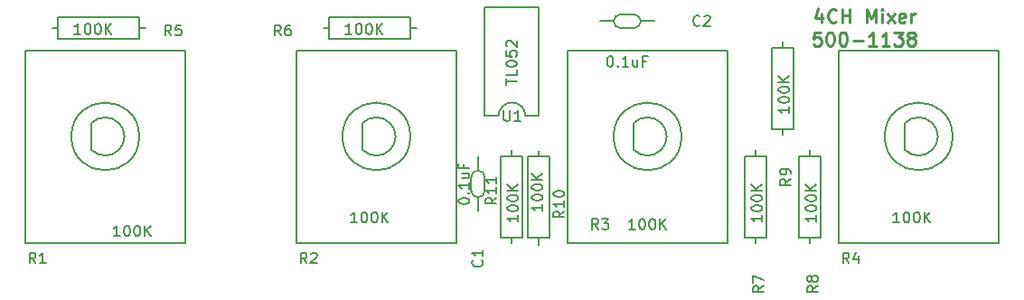
<source format=gbr>
G04 #@! TF.GenerationSoftware,KiCad,Pcbnew,(5.0.1)-3*
G04 #@! TF.CreationDate,2018-11-05T21:36:12-08:00*
G04 #@! TF.ProjectId,500-1138,3530302D313133382E6B696361645F70,rev?*
G04 #@! TF.SameCoordinates,Original*
G04 #@! TF.FileFunction,Legend,Top*
G04 #@! TF.FilePolarity,Positive*
%FSLAX46Y46*%
G04 Gerber Fmt 4.6, Leading zero omitted, Abs format (unit mm)*
G04 Created by KiCad (PCBNEW (5.0.1)-3) date 11/5/2018 9:36:12 PM*
%MOMM*%
%LPD*%
G01*
G04 APERTURE LIST*
%ADD10C,0.254000*%
%ADD11C,0.150000*%
G04 APERTURE END LIST*
D10*
X219498333Y-90088357D02*
X219498333Y-90935023D01*
X219195952Y-89604547D02*
X218893571Y-90511690D01*
X219679761Y-90511690D01*
X220889285Y-90814071D02*
X220828809Y-90874547D01*
X220647380Y-90935023D01*
X220526428Y-90935023D01*
X220345000Y-90874547D01*
X220224047Y-90753595D01*
X220163571Y-90632642D01*
X220103095Y-90390738D01*
X220103095Y-90209309D01*
X220163571Y-89967404D01*
X220224047Y-89846452D01*
X220345000Y-89725500D01*
X220526428Y-89665023D01*
X220647380Y-89665023D01*
X220828809Y-89725500D01*
X220889285Y-89785976D01*
X221433571Y-90935023D02*
X221433571Y-89665023D01*
X221433571Y-90269785D02*
X222159285Y-90269785D01*
X222159285Y-90935023D02*
X222159285Y-89665023D01*
X223731666Y-90935023D02*
X223731666Y-89665023D01*
X224155000Y-90572166D01*
X224578333Y-89665023D01*
X224578333Y-90935023D01*
X225183095Y-90935023D02*
X225183095Y-90088357D01*
X225183095Y-89665023D02*
X225122619Y-89725500D01*
X225183095Y-89785976D01*
X225243571Y-89725500D01*
X225183095Y-89665023D01*
X225183095Y-89785976D01*
X225666904Y-90935023D02*
X226332142Y-90088357D01*
X225666904Y-90088357D02*
X226332142Y-90935023D01*
X227299761Y-90874547D02*
X227178809Y-90935023D01*
X226936904Y-90935023D01*
X226815952Y-90874547D01*
X226755476Y-90753595D01*
X226755476Y-90269785D01*
X226815952Y-90148833D01*
X226936904Y-90088357D01*
X227178809Y-90088357D01*
X227299761Y-90148833D01*
X227360238Y-90269785D01*
X227360238Y-90390738D01*
X226755476Y-90511690D01*
X227904523Y-90935023D02*
X227904523Y-90088357D01*
X227904523Y-90330261D02*
X227965000Y-90209309D01*
X228025476Y-90148833D01*
X228146428Y-90088357D01*
X228267380Y-90088357D01*
X219407619Y-91824023D02*
X218802857Y-91824023D01*
X218742380Y-92428785D01*
X218802857Y-92368309D01*
X218923809Y-92307833D01*
X219226190Y-92307833D01*
X219347142Y-92368309D01*
X219407619Y-92428785D01*
X219468095Y-92549738D01*
X219468095Y-92852119D01*
X219407619Y-92973071D01*
X219347142Y-93033547D01*
X219226190Y-93094023D01*
X218923809Y-93094023D01*
X218802857Y-93033547D01*
X218742380Y-92973071D01*
X220254285Y-91824023D02*
X220375238Y-91824023D01*
X220496190Y-91884500D01*
X220556666Y-91944976D01*
X220617142Y-92065928D01*
X220677619Y-92307833D01*
X220677619Y-92610214D01*
X220617142Y-92852119D01*
X220556666Y-92973071D01*
X220496190Y-93033547D01*
X220375238Y-93094023D01*
X220254285Y-93094023D01*
X220133333Y-93033547D01*
X220072857Y-92973071D01*
X220012380Y-92852119D01*
X219951904Y-92610214D01*
X219951904Y-92307833D01*
X220012380Y-92065928D01*
X220072857Y-91944976D01*
X220133333Y-91884500D01*
X220254285Y-91824023D01*
X221463809Y-91824023D02*
X221584761Y-91824023D01*
X221705714Y-91884500D01*
X221766190Y-91944976D01*
X221826666Y-92065928D01*
X221887142Y-92307833D01*
X221887142Y-92610214D01*
X221826666Y-92852119D01*
X221766190Y-92973071D01*
X221705714Y-93033547D01*
X221584761Y-93094023D01*
X221463809Y-93094023D01*
X221342857Y-93033547D01*
X221282380Y-92973071D01*
X221221904Y-92852119D01*
X221161428Y-92610214D01*
X221161428Y-92307833D01*
X221221904Y-92065928D01*
X221282380Y-91944976D01*
X221342857Y-91884500D01*
X221463809Y-91824023D01*
X222431428Y-92610214D02*
X223399047Y-92610214D01*
X224669047Y-93094023D02*
X223943333Y-93094023D01*
X224306190Y-93094023D02*
X224306190Y-91824023D01*
X224185238Y-92005452D01*
X224064285Y-92126404D01*
X223943333Y-92186880D01*
X225878571Y-93094023D02*
X225152857Y-93094023D01*
X225515714Y-93094023D02*
X225515714Y-91824023D01*
X225394761Y-92005452D01*
X225273809Y-92126404D01*
X225152857Y-92186880D01*
X226301904Y-91824023D02*
X227088095Y-91824023D01*
X226664761Y-92307833D01*
X226846190Y-92307833D01*
X226967142Y-92368309D01*
X227027619Y-92428785D01*
X227088095Y-92549738D01*
X227088095Y-92852119D01*
X227027619Y-92973071D01*
X226967142Y-93033547D01*
X226846190Y-93094023D01*
X226483333Y-93094023D01*
X226362380Y-93033547D01*
X226301904Y-92973071D01*
X227813809Y-92368309D02*
X227692857Y-92307833D01*
X227632380Y-92247357D01*
X227571904Y-92126404D01*
X227571904Y-92065928D01*
X227632380Y-91944976D01*
X227692857Y-91884500D01*
X227813809Y-91824023D01*
X228055714Y-91824023D01*
X228176666Y-91884500D01*
X228237142Y-91944976D01*
X228297619Y-92065928D01*
X228297619Y-92126404D01*
X228237142Y-92247357D01*
X228176666Y-92307833D01*
X228055714Y-92368309D01*
X227813809Y-92368309D01*
X227692857Y-92428785D01*
X227632380Y-92489261D01*
X227571904Y-92610214D01*
X227571904Y-92852119D01*
X227632380Y-92973071D01*
X227692857Y-93033547D01*
X227813809Y-93094023D01*
X228055714Y-93094023D01*
X228176666Y-93033547D01*
X228237142Y-92973071D01*
X228297619Y-92852119D01*
X228297619Y-92610214D01*
X228237142Y-92489261D01*
X228176666Y-92428785D01*
X228055714Y-92368309D01*
D11*
G04 #@! TO.C,R11*
X189484000Y-103505000D02*
X189484000Y-111125000D01*
X191516000Y-111125000D02*
X191516000Y-103505000D01*
X190500000Y-102870000D02*
X190500000Y-103505000D01*
X190500000Y-111125000D02*
X190500000Y-111633000D01*
X189484000Y-103505000D02*
X191516000Y-103505000D01*
X189484000Y-111125000D02*
X191516000Y-111125000D01*
G04 #@! TO.C,R7*
X212344000Y-111125000D02*
X214376000Y-111125000D01*
X212344000Y-103505000D02*
X214376000Y-103505000D01*
X213360000Y-111125000D02*
X213360000Y-111633000D01*
X213360000Y-102870000D02*
X213360000Y-103505000D01*
X214376000Y-111125000D02*
X214376000Y-103505000D01*
X212344000Y-103505000D02*
X212344000Y-111125000D01*
G04 #@! TO.C,C1*
X186690000Y-106680000D02*
G75*
G03X187325000Y-107315000I635000J0D01*
G01*
X187325000Y-107315000D02*
G75*
G03X187960000Y-106680000I0J635000D01*
G01*
X187325000Y-104775000D02*
G75*
G03X186690000Y-105410000I0J-635000D01*
G01*
X187960000Y-105410000D02*
G75*
G03X187325000Y-104775000I-635000J0D01*
G01*
X186690000Y-105410000D02*
X186690000Y-106680000D01*
X187960000Y-105410000D02*
X187960000Y-106680000D01*
X187325000Y-108585000D02*
X187325000Y-107315000D01*
X187325000Y-103505000D02*
X187325000Y-104775000D01*
G04 #@! TO.C,R1*
X151130000Y-102870000D02*
G75*
G03X153670000Y-102870000I1270000J1270000D01*
G01*
X153670000Y-102870000D02*
G75*
G03X153670000Y-100330000I-1270000J1270000D01*
G01*
X153670000Y-100330000D02*
G75*
G03X151130000Y-100330000I-1270000J-1270000D01*
G01*
X151130000Y-100330000D02*
X151130000Y-102870000D01*
X155575000Y-101600000D02*
G75*
G03X155575000Y-101600000I-3175000J0D01*
G01*
X144900000Y-111600000D02*
X159900000Y-111600000D01*
X159900000Y-111600000D02*
X159900000Y-93600000D01*
X159900000Y-93600000D02*
X144900000Y-93600000D01*
X144900000Y-93600000D02*
X144900000Y-111600000D01*
G04 #@! TO.C,R2*
X170300000Y-93600000D02*
X170300000Y-111600000D01*
X185300000Y-93600000D02*
X170300000Y-93600000D01*
X185300000Y-111600000D02*
X185300000Y-93600000D01*
X170300000Y-111600000D02*
X185300000Y-111600000D01*
X180975000Y-101600000D02*
G75*
G03X180975000Y-101600000I-3175000J0D01*
G01*
X176530000Y-100330000D02*
X176530000Y-102870000D01*
X179070000Y-100330000D02*
G75*
G03X176530000Y-100330000I-1270000J-1270000D01*
G01*
X179070000Y-102870000D02*
G75*
G03X179070000Y-100330000I-1270000J1270000D01*
G01*
X176530000Y-102870000D02*
G75*
G03X179070000Y-102870000I1270000J1270000D01*
G01*
G04 #@! TO.C,R3*
X201930000Y-102870000D02*
G75*
G03X204470000Y-102870000I1270000J1270000D01*
G01*
X204470000Y-102870000D02*
G75*
G03X204470000Y-100330000I-1270000J1270000D01*
G01*
X204470000Y-100330000D02*
G75*
G03X201930000Y-100330000I-1270000J-1270000D01*
G01*
X201930000Y-100330000D02*
X201930000Y-102870000D01*
X206375000Y-101600000D02*
G75*
G03X206375000Y-101600000I-3175000J0D01*
G01*
X195700000Y-111600000D02*
X210700000Y-111600000D01*
X210700000Y-111600000D02*
X210700000Y-93600000D01*
X210700000Y-93600000D02*
X195700000Y-93600000D01*
X195700000Y-93600000D02*
X195700000Y-111600000D01*
G04 #@! TO.C,R4*
X221100000Y-93600000D02*
X221100000Y-111600000D01*
X236100000Y-93600000D02*
X221100000Y-93600000D01*
X236100000Y-111600000D02*
X236100000Y-93600000D01*
X221100000Y-111600000D02*
X236100000Y-111600000D01*
X231775000Y-101600000D02*
G75*
G03X231775000Y-101600000I-3175000J0D01*
G01*
X227330000Y-100330000D02*
X227330000Y-102870000D01*
X229870000Y-100330000D02*
G75*
G03X227330000Y-100330000I-1270000J-1270000D01*
G01*
X229870000Y-102870000D02*
G75*
G03X229870000Y-100330000I-1270000J1270000D01*
G01*
X227330000Y-102870000D02*
G75*
G03X229870000Y-102870000I1270000J1270000D01*
G01*
G04 #@! TO.C,R5*
X147955000Y-90424000D02*
X147955000Y-92456000D01*
X155575000Y-90424000D02*
X155575000Y-92456000D01*
X147955000Y-91440000D02*
X147447000Y-91440000D01*
X156210000Y-91440000D02*
X155575000Y-91440000D01*
X147955000Y-92456000D02*
X155575000Y-92456000D01*
X155575000Y-90424000D02*
X147955000Y-90424000D01*
G04 #@! TO.C,R6*
X180975000Y-90424000D02*
X173355000Y-90424000D01*
X173355000Y-92456000D02*
X180975000Y-92456000D01*
X181610000Y-91440000D02*
X180975000Y-91440000D01*
X173355000Y-91440000D02*
X172847000Y-91440000D01*
X180975000Y-90424000D02*
X180975000Y-92456000D01*
X173355000Y-90424000D02*
X173355000Y-92456000D01*
G04 #@! TO.C,R8*
X217424000Y-103505000D02*
X217424000Y-111125000D01*
X219456000Y-111125000D02*
X219456000Y-103505000D01*
X218440000Y-102870000D02*
X218440000Y-103505000D01*
X218440000Y-111125000D02*
X218440000Y-111633000D01*
X217424000Y-103505000D02*
X219456000Y-103505000D01*
X217424000Y-111125000D02*
X219456000Y-111125000D01*
G04 #@! TO.C,R9*
X214884000Y-100965000D02*
X216916000Y-100965000D01*
X214884000Y-93345000D02*
X216916000Y-93345000D01*
X215900000Y-100965000D02*
X215900000Y-101473000D01*
X215900000Y-92710000D02*
X215900000Y-93345000D01*
X216916000Y-100965000D02*
X216916000Y-93345000D01*
X214884000Y-93345000D02*
X214884000Y-100965000D01*
G04 #@! TO.C,R10*
X194056000Y-103505000D02*
X192024000Y-103505000D01*
X194056000Y-111125000D02*
X192024000Y-111125000D01*
X193040000Y-103505000D02*
X193040000Y-102997000D01*
X193040000Y-111760000D02*
X193040000Y-111125000D01*
X192024000Y-103505000D02*
X192024000Y-111125000D01*
X194056000Y-111125000D02*
X194056000Y-103505000D01*
G04 #@! TO.C,U1*
X191770000Y-99695000D02*
G75*
G03X190500000Y-98425000I-1270000J0D01*
G01*
X190500000Y-98425000D02*
G75*
G03X189230000Y-99695000I0J-1270000D01*
G01*
X187960000Y-99695000D02*
X189230000Y-99695000D01*
X187960000Y-99695000D02*
X187960000Y-89535000D01*
X187960000Y-89535000D02*
X193040000Y-89535000D01*
X193040000Y-89535000D02*
X193040000Y-99695000D01*
X193040000Y-99695000D02*
X191770000Y-99695000D01*
G04 #@! TO.C,C2*
X201930000Y-91440000D02*
G75*
G03X202565000Y-90805000I0J635000D01*
G01*
X202565000Y-90805000D02*
G75*
G03X201930000Y-90170000I-635000J0D01*
G01*
X200025000Y-90805000D02*
G75*
G03X200660000Y-91440000I635000J0D01*
G01*
X200660000Y-90170000D02*
G75*
G03X200025000Y-90805000I0J-635000D01*
G01*
X200660000Y-91440000D02*
X201930000Y-91440000D01*
X200660000Y-90170000D02*
X201930000Y-90170000D01*
X203835000Y-90805000D02*
X202565000Y-90805000D01*
X198755000Y-90805000D02*
X200025000Y-90805000D01*
G04 #@! TO.C,R11*
X189047380Y-107322857D02*
X188571190Y-107656190D01*
X189047380Y-107894285D02*
X188047380Y-107894285D01*
X188047380Y-107513333D01*
X188095000Y-107418095D01*
X188142619Y-107370476D01*
X188237857Y-107322857D01*
X188380714Y-107322857D01*
X188475952Y-107370476D01*
X188523571Y-107418095D01*
X188571190Y-107513333D01*
X188571190Y-107894285D01*
X189047380Y-106370476D02*
X189047380Y-106941904D01*
X189047380Y-106656190D02*
X188047380Y-106656190D01*
X188190238Y-106751428D01*
X188285476Y-106846666D01*
X188333095Y-106941904D01*
X189047380Y-105418095D02*
X189047380Y-105989523D01*
X189047380Y-105703809D02*
X188047380Y-105703809D01*
X188190238Y-105799047D01*
X188285476Y-105894285D01*
X188333095Y-105989523D01*
X191079380Y-108989666D02*
X191079380Y-109561095D01*
X191079380Y-109275380D02*
X190079380Y-109275380D01*
X190222238Y-109370619D01*
X190317476Y-109465857D01*
X190365095Y-109561095D01*
X190079380Y-108370619D02*
X190079380Y-108275380D01*
X190127000Y-108180142D01*
X190174619Y-108132523D01*
X190269857Y-108084904D01*
X190460333Y-108037285D01*
X190698428Y-108037285D01*
X190888904Y-108084904D01*
X190984142Y-108132523D01*
X191031761Y-108180142D01*
X191079380Y-108275380D01*
X191079380Y-108370619D01*
X191031761Y-108465857D01*
X190984142Y-108513476D01*
X190888904Y-108561095D01*
X190698428Y-108608714D01*
X190460333Y-108608714D01*
X190269857Y-108561095D01*
X190174619Y-108513476D01*
X190127000Y-108465857D01*
X190079380Y-108370619D01*
X190079380Y-107418238D02*
X190079380Y-107323000D01*
X190127000Y-107227761D01*
X190174619Y-107180142D01*
X190269857Y-107132523D01*
X190460333Y-107084904D01*
X190698428Y-107084904D01*
X190888904Y-107132523D01*
X190984142Y-107180142D01*
X191031761Y-107227761D01*
X191079380Y-107323000D01*
X191079380Y-107418238D01*
X191031761Y-107513476D01*
X190984142Y-107561095D01*
X190888904Y-107608714D01*
X190698428Y-107656333D01*
X190460333Y-107656333D01*
X190269857Y-107608714D01*
X190174619Y-107561095D01*
X190127000Y-107513476D01*
X190079380Y-107418238D01*
X191079380Y-106656333D02*
X190079380Y-106656333D01*
X191079380Y-106084904D02*
X190507952Y-106513476D01*
X190079380Y-106084904D02*
X190650809Y-106656333D01*
G04 #@! TO.C,R7*
X214066380Y-115609666D02*
X213590190Y-115943000D01*
X214066380Y-116181095D02*
X213066380Y-116181095D01*
X213066380Y-115800142D01*
X213114000Y-115704904D01*
X213161619Y-115657285D01*
X213256857Y-115609666D01*
X213399714Y-115609666D01*
X213494952Y-115657285D01*
X213542571Y-115704904D01*
X213590190Y-115800142D01*
X213590190Y-116181095D01*
X213066380Y-115276333D02*
X213066380Y-114609666D01*
X214066380Y-115038238D01*
X213939380Y-108989666D02*
X213939380Y-109561095D01*
X213939380Y-109275380D02*
X212939380Y-109275380D01*
X213082238Y-109370619D01*
X213177476Y-109465857D01*
X213225095Y-109561095D01*
X212939380Y-108370619D02*
X212939380Y-108275380D01*
X212987000Y-108180142D01*
X213034619Y-108132523D01*
X213129857Y-108084904D01*
X213320333Y-108037285D01*
X213558428Y-108037285D01*
X213748904Y-108084904D01*
X213844142Y-108132523D01*
X213891761Y-108180142D01*
X213939380Y-108275380D01*
X213939380Y-108370619D01*
X213891761Y-108465857D01*
X213844142Y-108513476D01*
X213748904Y-108561095D01*
X213558428Y-108608714D01*
X213320333Y-108608714D01*
X213129857Y-108561095D01*
X213034619Y-108513476D01*
X212987000Y-108465857D01*
X212939380Y-108370619D01*
X212939380Y-107418238D02*
X212939380Y-107323000D01*
X212987000Y-107227761D01*
X213034619Y-107180142D01*
X213129857Y-107132523D01*
X213320333Y-107084904D01*
X213558428Y-107084904D01*
X213748904Y-107132523D01*
X213844142Y-107180142D01*
X213891761Y-107227761D01*
X213939380Y-107323000D01*
X213939380Y-107418238D01*
X213891761Y-107513476D01*
X213844142Y-107561095D01*
X213748904Y-107608714D01*
X213558428Y-107656333D01*
X213320333Y-107656333D01*
X213129857Y-107608714D01*
X213034619Y-107561095D01*
X212987000Y-107513476D01*
X212939380Y-107418238D01*
X213939380Y-106656333D02*
X212939380Y-106656333D01*
X213939380Y-106084904D02*
X213367952Y-106513476D01*
X212939380Y-106084904D02*
X213510809Y-106656333D01*
G04 #@! TO.C,C1*
X187682142Y-113196666D02*
X187729761Y-113244285D01*
X187777380Y-113387142D01*
X187777380Y-113482380D01*
X187729761Y-113625238D01*
X187634523Y-113720476D01*
X187539285Y-113768095D01*
X187348809Y-113815714D01*
X187205952Y-113815714D01*
X187015476Y-113768095D01*
X186920238Y-113720476D01*
X186825000Y-113625238D01*
X186777380Y-113482380D01*
X186777380Y-113387142D01*
X186825000Y-113244285D01*
X186872619Y-113196666D01*
X187777380Y-112244285D02*
X187777380Y-112815714D01*
X187777380Y-112530000D02*
X186777380Y-112530000D01*
X186920238Y-112625238D01*
X187015476Y-112720476D01*
X187063095Y-112815714D01*
X185507380Y-107687857D02*
X185507380Y-107592619D01*
X185555000Y-107497380D01*
X185602619Y-107449761D01*
X185697857Y-107402142D01*
X185888333Y-107354523D01*
X186126428Y-107354523D01*
X186316904Y-107402142D01*
X186412142Y-107449761D01*
X186459761Y-107497380D01*
X186507380Y-107592619D01*
X186507380Y-107687857D01*
X186459761Y-107783095D01*
X186412142Y-107830714D01*
X186316904Y-107878333D01*
X186126428Y-107925952D01*
X185888333Y-107925952D01*
X185697857Y-107878333D01*
X185602619Y-107830714D01*
X185555000Y-107783095D01*
X185507380Y-107687857D01*
X186412142Y-106925952D02*
X186459761Y-106878333D01*
X186507380Y-106925952D01*
X186459761Y-106973571D01*
X186412142Y-106925952D01*
X186507380Y-106925952D01*
X186507380Y-105925952D02*
X186507380Y-106497380D01*
X186507380Y-106211666D02*
X185507380Y-106211666D01*
X185650238Y-106306904D01*
X185745476Y-106402142D01*
X185793095Y-106497380D01*
X185840714Y-105068809D02*
X186507380Y-105068809D01*
X185840714Y-105497380D02*
X186364523Y-105497380D01*
X186459761Y-105449761D01*
X186507380Y-105354523D01*
X186507380Y-105211666D01*
X186459761Y-105116428D01*
X186412142Y-105068809D01*
X185983571Y-104259285D02*
X185983571Y-104592619D01*
X186507380Y-104592619D02*
X185507380Y-104592619D01*
X185507380Y-104116428D01*
G04 #@! TO.C,R1*
X145883333Y-113482380D02*
X145550000Y-113006190D01*
X145311904Y-113482380D02*
X145311904Y-112482380D01*
X145692857Y-112482380D01*
X145788095Y-112530000D01*
X145835714Y-112577619D01*
X145883333Y-112672857D01*
X145883333Y-112815714D01*
X145835714Y-112910952D01*
X145788095Y-112958571D01*
X145692857Y-113006190D01*
X145311904Y-113006190D01*
X146835714Y-113482380D02*
X146264285Y-113482380D01*
X146550000Y-113482380D02*
X146550000Y-112482380D01*
X146454761Y-112625238D01*
X146359523Y-112720476D01*
X146264285Y-112768095D01*
X153773333Y-110942380D02*
X153201904Y-110942380D01*
X153487619Y-110942380D02*
X153487619Y-109942380D01*
X153392380Y-110085238D01*
X153297142Y-110180476D01*
X153201904Y-110228095D01*
X154392380Y-109942380D02*
X154487619Y-109942380D01*
X154582857Y-109990000D01*
X154630476Y-110037619D01*
X154678095Y-110132857D01*
X154725714Y-110323333D01*
X154725714Y-110561428D01*
X154678095Y-110751904D01*
X154630476Y-110847142D01*
X154582857Y-110894761D01*
X154487619Y-110942380D01*
X154392380Y-110942380D01*
X154297142Y-110894761D01*
X154249523Y-110847142D01*
X154201904Y-110751904D01*
X154154285Y-110561428D01*
X154154285Y-110323333D01*
X154201904Y-110132857D01*
X154249523Y-110037619D01*
X154297142Y-109990000D01*
X154392380Y-109942380D01*
X155344761Y-109942380D02*
X155440000Y-109942380D01*
X155535238Y-109990000D01*
X155582857Y-110037619D01*
X155630476Y-110132857D01*
X155678095Y-110323333D01*
X155678095Y-110561428D01*
X155630476Y-110751904D01*
X155582857Y-110847142D01*
X155535238Y-110894761D01*
X155440000Y-110942380D01*
X155344761Y-110942380D01*
X155249523Y-110894761D01*
X155201904Y-110847142D01*
X155154285Y-110751904D01*
X155106666Y-110561428D01*
X155106666Y-110323333D01*
X155154285Y-110132857D01*
X155201904Y-110037619D01*
X155249523Y-109990000D01*
X155344761Y-109942380D01*
X156106666Y-110942380D02*
X156106666Y-109942380D01*
X156678095Y-110942380D02*
X156249523Y-110370952D01*
X156678095Y-109942380D02*
X156106666Y-110513809D01*
G04 #@! TO.C,R2*
X171283333Y-113482380D02*
X170950000Y-113006190D01*
X170711904Y-113482380D02*
X170711904Y-112482380D01*
X171092857Y-112482380D01*
X171188095Y-112530000D01*
X171235714Y-112577619D01*
X171283333Y-112672857D01*
X171283333Y-112815714D01*
X171235714Y-112910952D01*
X171188095Y-112958571D01*
X171092857Y-113006190D01*
X170711904Y-113006190D01*
X171664285Y-112577619D02*
X171711904Y-112530000D01*
X171807142Y-112482380D01*
X172045238Y-112482380D01*
X172140476Y-112530000D01*
X172188095Y-112577619D01*
X172235714Y-112672857D01*
X172235714Y-112768095D01*
X172188095Y-112910952D01*
X171616666Y-113482380D01*
X172235714Y-113482380D01*
X175998333Y-109672380D02*
X175426904Y-109672380D01*
X175712619Y-109672380D02*
X175712619Y-108672380D01*
X175617380Y-108815238D01*
X175522142Y-108910476D01*
X175426904Y-108958095D01*
X176617380Y-108672380D02*
X176712619Y-108672380D01*
X176807857Y-108720000D01*
X176855476Y-108767619D01*
X176903095Y-108862857D01*
X176950714Y-109053333D01*
X176950714Y-109291428D01*
X176903095Y-109481904D01*
X176855476Y-109577142D01*
X176807857Y-109624761D01*
X176712619Y-109672380D01*
X176617380Y-109672380D01*
X176522142Y-109624761D01*
X176474523Y-109577142D01*
X176426904Y-109481904D01*
X176379285Y-109291428D01*
X176379285Y-109053333D01*
X176426904Y-108862857D01*
X176474523Y-108767619D01*
X176522142Y-108720000D01*
X176617380Y-108672380D01*
X177569761Y-108672380D02*
X177665000Y-108672380D01*
X177760238Y-108720000D01*
X177807857Y-108767619D01*
X177855476Y-108862857D01*
X177903095Y-109053333D01*
X177903095Y-109291428D01*
X177855476Y-109481904D01*
X177807857Y-109577142D01*
X177760238Y-109624761D01*
X177665000Y-109672380D01*
X177569761Y-109672380D01*
X177474523Y-109624761D01*
X177426904Y-109577142D01*
X177379285Y-109481904D01*
X177331666Y-109291428D01*
X177331666Y-109053333D01*
X177379285Y-108862857D01*
X177426904Y-108767619D01*
X177474523Y-108720000D01*
X177569761Y-108672380D01*
X178331666Y-109672380D02*
X178331666Y-108672380D01*
X178903095Y-109672380D02*
X178474523Y-109100952D01*
X178903095Y-108672380D02*
X178331666Y-109243809D01*
G04 #@! TO.C,R3*
X198588333Y-110307380D02*
X198255000Y-109831190D01*
X198016904Y-110307380D02*
X198016904Y-109307380D01*
X198397857Y-109307380D01*
X198493095Y-109355000D01*
X198540714Y-109402619D01*
X198588333Y-109497857D01*
X198588333Y-109640714D01*
X198540714Y-109735952D01*
X198493095Y-109783571D01*
X198397857Y-109831190D01*
X198016904Y-109831190D01*
X198921666Y-109307380D02*
X199540714Y-109307380D01*
X199207380Y-109688333D01*
X199350238Y-109688333D01*
X199445476Y-109735952D01*
X199493095Y-109783571D01*
X199540714Y-109878809D01*
X199540714Y-110116904D01*
X199493095Y-110212142D01*
X199445476Y-110259761D01*
X199350238Y-110307380D01*
X199064523Y-110307380D01*
X198969285Y-110259761D01*
X198921666Y-110212142D01*
X202033333Y-110307380D02*
X201461904Y-110307380D01*
X201747619Y-110307380D02*
X201747619Y-109307380D01*
X201652380Y-109450238D01*
X201557142Y-109545476D01*
X201461904Y-109593095D01*
X202652380Y-109307380D02*
X202747619Y-109307380D01*
X202842857Y-109355000D01*
X202890476Y-109402619D01*
X202938095Y-109497857D01*
X202985714Y-109688333D01*
X202985714Y-109926428D01*
X202938095Y-110116904D01*
X202890476Y-110212142D01*
X202842857Y-110259761D01*
X202747619Y-110307380D01*
X202652380Y-110307380D01*
X202557142Y-110259761D01*
X202509523Y-110212142D01*
X202461904Y-110116904D01*
X202414285Y-109926428D01*
X202414285Y-109688333D01*
X202461904Y-109497857D01*
X202509523Y-109402619D01*
X202557142Y-109355000D01*
X202652380Y-109307380D01*
X203604761Y-109307380D02*
X203700000Y-109307380D01*
X203795238Y-109355000D01*
X203842857Y-109402619D01*
X203890476Y-109497857D01*
X203938095Y-109688333D01*
X203938095Y-109926428D01*
X203890476Y-110116904D01*
X203842857Y-110212142D01*
X203795238Y-110259761D01*
X203700000Y-110307380D01*
X203604761Y-110307380D01*
X203509523Y-110259761D01*
X203461904Y-110212142D01*
X203414285Y-110116904D01*
X203366666Y-109926428D01*
X203366666Y-109688333D01*
X203414285Y-109497857D01*
X203461904Y-109402619D01*
X203509523Y-109355000D01*
X203604761Y-109307380D01*
X204366666Y-110307380D02*
X204366666Y-109307380D01*
X204938095Y-110307380D02*
X204509523Y-109735952D01*
X204938095Y-109307380D02*
X204366666Y-109878809D01*
G04 #@! TO.C,R4*
X222083333Y-113482380D02*
X221750000Y-113006190D01*
X221511904Y-113482380D02*
X221511904Y-112482380D01*
X221892857Y-112482380D01*
X221988095Y-112530000D01*
X222035714Y-112577619D01*
X222083333Y-112672857D01*
X222083333Y-112815714D01*
X222035714Y-112910952D01*
X221988095Y-112958571D01*
X221892857Y-113006190D01*
X221511904Y-113006190D01*
X222940476Y-112815714D02*
X222940476Y-113482380D01*
X222702380Y-112434761D02*
X222464285Y-113149047D01*
X223083333Y-113149047D01*
X226798333Y-109672380D02*
X226226904Y-109672380D01*
X226512619Y-109672380D02*
X226512619Y-108672380D01*
X226417380Y-108815238D01*
X226322142Y-108910476D01*
X226226904Y-108958095D01*
X227417380Y-108672380D02*
X227512619Y-108672380D01*
X227607857Y-108720000D01*
X227655476Y-108767619D01*
X227703095Y-108862857D01*
X227750714Y-109053333D01*
X227750714Y-109291428D01*
X227703095Y-109481904D01*
X227655476Y-109577142D01*
X227607857Y-109624761D01*
X227512619Y-109672380D01*
X227417380Y-109672380D01*
X227322142Y-109624761D01*
X227274523Y-109577142D01*
X227226904Y-109481904D01*
X227179285Y-109291428D01*
X227179285Y-109053333D01*
X227226904Y-108862857D01*
X227274523Y-108767619D01*
X227322142Y-108720000D01*
X227417380Y-108672380D01*
X228369761Y-108672380D02*
X228465000Y-108672380D01*
X228560238Y-108720000D01*
X228607857Y-108767619D01*
X228655476Y-108862857D01*
X228703095Y-109053333D01*
X228703095Y-109291428D01*
X228655476Y-109481904D01*
X228607857Y-109577142D01*
X228560238Y-109624761D01*
X228465000Y-109672380D01*
X228369761Y-109672380D01*
X228274523Y-109624761D01*
X228226904Y-109577142D01*
X228179285Y-109481904D01*
X228131666Y-109291428D01*
X228131666Y-109053333D01*
X228179285Y-108862857D01*
X228226904Y-108767619D01*
X228274523Y-108720000D01*
X228369761Y-108672380D01*
X229131666Y-109672380D02*
X229131666Y-108672380D01*
X229703095Y-109672380D02*
X229274523Y-109100952D01*
X229703095Y-108672380D02*
X229131666Y-109243809D01*
G04 #@! TO.C,R5*
X158583333Y-92146380D02*
X158250000Y-91670190D01*
X158011904Y-92146380D02*
X158011904Y-91146380D01*
X158392857Y-91146380D01*
X158488095Y-91194000D01*
X158535714Y-91241619D01*
X158583333Y-91336857D01*
X158583333Y-91479714D01*
X158535714Y-91574952D01*
X158488095Y-91622571D01*
X158392857Y-91670190D01*
X158011904Y-91670190D01*
X159488095Y-91146380D02*
X159011904Y-91146380D01*
X158964285Y-91622571D01*
X159011904Y-91574952D01*
X159107142Y-91527333D01*
X159345238Y-91527333D01*
X159440476Y-91574952D01*
X159488095Y-91622571D01*
X159535714Y-91717809D01*
X159535714Y-91955904D01*
X159488095Y-92051142D01*
X159440476Y-92098761D01*
X159345238Y-92146380D01*
X159107142Y-92146380D01*
X159011904Y-92098761D01*
X158964285Y-92051142D01*
X150090333Y-92019380D02*
X149518904Y-92019380D01*
X149804619Y-92019380D02*
X149804619Y-91019380D01*
X149709380Y-91162238D01*
X149614142Y-91257476D01*
X149518904Y-91305095D01*
X150709380Y-91019380D02*
X150804619Y-91019380D01*
X150899857Y-91067000D01*
X150947476Y-91114619D01*
X150995095Y-91209857D01*
X151042714Y-91400333D01*
X151042714Y-91638428D01*
X150995095Y-91828904D01*
X150947476Y-91924142D01*
X150899857Y-91971761D01*
X150804619Y-92019380D01*
X150709380Y-92019380D01*
X150614142Y-91971761D01*
X150566523Y-91924142D01*
X150518904Y-91828904D01*
X150471285Y-91638428D01*
X150471285Y-91400333D01*
X150518904Y-91209857D01*
X150566523Y-91114619D01*
X150614142Y-91067000D01*
X150709380Y-91019380D01*
X151661761Y-91019380D02*
X151757000Y-91019380D01*
X151852238Y-91067000D01*
X151899857Y-91114619D01*
X151947476Y-91209857D01*
X151995095Y-91400333D01*
X151995095Y-91638428D01*
X151947476Y-91828904D01*
X151899857Y-91924142D01*
X151852238Y-91971761D01*
X151757000Y-92019380D01*
X151661761Y-92019380D01*
X151566523Y-91971761D01*
X151518904Y-91924142D01*
X151471285Y-91828904D01*
X151423666Y-91638428D01*
X151423666Y-91400333D01*
X151471285Y-91209857D01*
X151518904Y-91114619D01*
X151566523Y-91067000D01*
X151661761Y-91019380D01*
X152423666Y-92019380D02*
X152423666Y-91019380D01*
X152995095Y-92019380D02*
X152566523Y-91447952D01*
X152995095Y-91019380D02*
X152423666Y-91590809D01*
G04 #@! TO.C,R6*
X168870333Y-92146380D02*
X168537000Y-91670190D01*
X168298904Y-92146380D02*
X168298904Y-91146380D01*
X168679857Y-91146380D01*
X168775095Y-91194000D01*
X168822714Y-91241619D01*
X168870333Y-91336857D01*
X168870333Y-91479714D01*
X168822714Y-91574952D01*
X168775095Y-91622571D01*
X168679857Y-91670190D01*
X168298904Y-91670190D01*
X169727476Y-91146380D02*
X169537000Y-91146380D01*
X169441761Y-91194000D01*
X169394142Y-91241619D01*
X169298904Y-91384476D01*
X169251285Y-91574952D01*
X169251285Y-91955904D01*
X169298904Y-92051142D01*
X169346523Y-92098761D01*
X169441761Y-92146380D01*
X169632238Y-92146380D01*
X169727476Y-92098761D01*
X169775095Y-92051142D01*
X169822714Y-91955904D01*
X169822714Y-91717809D01*
X169775095Y-91622571D01*
X169727476Y-91574952D01*
X169632238Y-91527333D01*
X169441761Y-91527333D01*
X169346523Y-91574952D01*
X169298904Y-91622571D01*
X169251285Y-91717809D01*
X175490333Y-92019380D02*
X174918904Y-92019380D01*
X175204619Y-92019380D02*
X175204619Y-91019380D01*
X175109380Y-91162238D01*
X175014142Y-91257476D01*
X174918904Y-91305095D01*
X176109380Y-91019380D02*
X176204619Y-91019380D01*
X176299857Y-91067000D01*
X176347476Y-91114619D01*
X176395095Y-91209857D01*
X176442714Y-91400333D01*
X176442714Y-91638428D01*
X176395095Y-91828904D01*
X176347476Y-91924142D01*
X176299857Y-91971761D01*
X176204619Y-92019380D01*
X176109380Y-92019380D01*
X176014142Y-91971761D01*
X175966523Y-91924142D01*
X175918904Y-91828904D01*
X175871285Y-91638428D01*
X175871285Y-91400333D01*
X175918904Y-91209857D01*
X175966523Y-91114619D01*
X176014142Y-91067000D01*
X176109380Y-91019380D01*
X177061761Y-91019380D02*
X177157000Y-91019380D01*
X177252238Y-91067000D01*
X177299857Y-91114619D01*
X177347476Y-91209857D01*
X177395095Y-91400333D01*
X177395095Y-91638428D01*
X177347476Y-91828904D01*
X177299857Y-91924142D01*
X177252238Y-91971761D01*
X177157000Y-92019380D01*
X177061761Y-92019380D01*
X176966523Y-91971761D01*
X176918904Y-91924142D01*
X176871285Y-91828904D01*
X176823666Y-91638428D01*
X176823666Y-91400333D01*
X176871285Y-91209857D01*
X176918904Y-91114619D01*
X176966523Y-91067000D01*
X177061761Y-91019380D01*
X177823666Y-92019380D02*
X177823666Y-91019380D01*
X178395095Y-92019380D02*
X177966523Y-91447952D01*
X178395095Y-91019380D02*
X177823666Y-91590809D01*
G04 #@! TO.C,R8*
X219146380Y-115609666D02*
X218670190Y-115943000D01*
X219146380Y-116181095D02*
X218146380Y-116181095D01*
X218146380Y-115800142D01*
X218194000Y-115704904D01*
X218241619Y-115657285D01*
X218336857Y-115609666D01*
X218479714Y-115609666D01*
X218574952Y-115657285D01*
X218622571Y-115704904D01*
X218670190Y-115800142D01*
X218670190Y-116181095D01*
X218574952Y-115038238D02*
X218527333Y-115133476D01*
X218479714Y-115181095D01*
X218384476Y-115228714D01*
X218336857Y-115228714D01*
X218241619Y-115181095D01*
X218194000Y-115133476D01*
X218146380Y-115038238D01*
X218146380Y-114847761D01*
X218194000Y-114752523D01*
X218241619Y-114704904D01*
X218336857Y-114657285D01*
X218384476Y-114657285D01*
X218479714Y-114704904D01*
X218527333Y-114752523D01*
X218574952Y-114847761D01*
X218574952Y-115038238D01*
X218622571Y-115133476D01*
X218670190Y-115181095D01*
X218765428Y-115228714D01*
X218955904Y-115228714D01*
X219051142Y-115181095D01*
X219098761Y-115133476D01*
X219146380Y-115038238D01*
X219146380Y-114847761D01*
X219098761Y-114752523D01*
X219051142Y-114704904D01*
X218955904Y-114657285D01*
X218765428Y-114657285D01*
X218670190Y-114704904D01*
X218622571Y-114752523D01*
X218574952Y-114847761D01*
X219019380Y-108989666D02*
X219019380Y-109561095D01*
X219019380Y-109275380D02*
X218019380Y-109275380D01*
X218162238Y-109370619D01*
X218257476Y-109465857D01*
X218305095Y-109561095D01*
X218019380Y-108370619D02*
X218019380Y-108275380D01*
X218067000Y-108180142D01*
X218114619Y-108132523D01*
X218209857Y-108084904D01*
X218400333Y-108037285D01*
X218638428Y-108037285D01*
X218828904Y-108084904D01*
X218924142Y-108132523D01*
X218971761Y-108180142D01*
X219019380Y-108275380D01*
X219019380Y-108370619D01*
X218971761Y-108465857D01*
X218924142Y-108513476D01*
X218828904Y-108561095D01*
X218638428Y-108608714D01*
X218400333Y-108608714D01*
X218209857Y-108561095D01*
X218114619Y-108513476D01*
X218067000Y-108465857D01*
X218019380Y-108370619D01*
X218019380Y-107418238D02*
X218019380Y-107323000D01*
X218067000Y-107227761D01*
X218114619Y-107180142D01*
X218209857Y-107132523D01*
X218400333Y-107084904D01*
X218638428Y-107084904D01*
X218828904Y-107132523D01*
X218924142Y-107180142D01*
X218971761Y-107227761D01*
X219019380Y-107323000D01*
X219019380Y-107418238D01*
X218971761Y-107513476D01*
X218924142Y-107561095D01*
X218828904Y-107608714D01*
X218638428Y-107656333D01*
X218400333Y-107656333D01*
X218209857Y-107608714D01*
X218114619Y-107561095D01*
X218067000Y-107513476D01*
X218019380Y-107418238D01*
X219019380Y-106656333D02*
X218019380Y-106656333D01*
X219019380Y-106084904D02*
X218447952Y-106513476D01*
X218019380Y-106084904D02*
X218590809Y-106656333D01*
G04 #@! TO.C,R9*
X216606380Y-105576666D02*
X216130190Y-105910000D01*
X216606380Y-106148095D02*
X215606380Y-106148095D01*
X215606380Y-105767142D01*
X215654000Y-105671904D01*
X215701619Y-105624285D01*
X215796857Y-105576666D01*
X215939714Y-105576666D01*
X216034952Y-105624285D01*
X216082571Y-105671904D01*
X216130190Y-105767142D01*
X216130190Y-106148095D01*
X216606380Y-105100476D02*
X216606380Y-104910000D01*
X216558761Y-104814761D01*
X216511142Y-104767142D01*
X216368285Y-104671904D01*
X216177809Y-104624285D01*
X215796857Y-104624285D01*
X215701619Y-104671904D01*
X215654000Y-104719523D01*
X215606380Y-104814761D01*
X215606380Y-105005238D01*
X215654000Y-105100476D01*
X215701619Y-105148095D01*
X215796857Y-105195714D01*
X216034952Y-105195714D01*
X216130190Y-105148095D01*
X216177809Y-105100476D01*
X216225428Y-105005238D01*
X216225428Y-104814761D01*
X216177809Y-104719523D01*
X216130190Y-104671904D01*
X216034952Y-104624285D01*
X216479380Y-98829666D02*
X216479380Y-99401095D01*
X216479380Y-99115380D02*
X215479380Y-99115380D01*
X215622238Y-99210619D01*
X215717476Y-99305857D01*
X215765095Y-99401095D01*
X215479380Y-98210619D02*
X215479380Y-98115380D01*
X215527000Y-98020142D01*
X215574619Y-97972523D01*
X215669857Y-97924904D01*
X215860333Y-97877285D01*
X216098428Y-97877285D01*
X216288904Y-97924904D01*
X216384142Y-97972523D01*
X216431761Y-98020142D01*
X216479380Y-98115380D01*
X216479380Y-98210619D01*
X216431761Y-98305857D01*
X216384142Y-98353476D01*
X216288904Y-98401095D01*
X216098428Y-98448714D01*
X215860333Y-98448714D01*
X215669857Y-98401095D01*
X215574619Y-98353476D01*
X215527000Y-98305857D01*
X215479380Y-98210619D01*
X215479380Y-97258238D02*
X215479380Y-97163000D01*
X215527000Y-97067761D01*
X215574619Y-97020142D01*
X215669857Y-96972523D01*
X215860333Y-96924904D01*
X216098428Y-96924904D01*
X216288904Y-96972523D01*
X216384142Y-97020142D01*
X216431761Y-97067761D01*
X216479380Y-97163000D01*
X216479380Y-97258238D01*
X216431761Y-97353476D01*
X216384142Y-97401095D01*
X216288904Y-97448714D01*
X216098428Y-97496333D01*
X215860333Y-97496333D01*
X215669857Y-97448714D01*
X215574619Y-97401095D01*
X215527000Y-97353476D01*
X215479380Y-97258238D01*
X216479380Y-96496333D02*
X215479380Y-96496333D01*
X216479380Y-95924904D02*
X215907952Y-96353476D01*
X215479380Y-95924904D02*
X216050809Y-96496333D01*
G04 #@! TO.C,R10*
X195397380Y-108592857D02*
X194921190Y-108926190D01*
X195397380Y-109164285D02*
X194397380Y-109164285D01*
X194397380Y-108783333D01*
X194445000Y-108688095D01*
X194492619Y-108640476D01*
X194587857Y-108592857D01*
X194730714Y-108592857D01*
X194825952Y-108640476D01*
X194873571Y-108688095D01*
X194921190Y-108783333D01*
X194921190Y-109164285D01*
X195397380Y-107640476D02*
X195397380Y-108211904D01*
X195397380Y-107926190D02*
X194397380Y-107926190D01*
X194540238Y-108021428D01*
X194635476Y-108116666D01*
X194683095Y-108211904D01*
X194397380Y-107021428D02*
X194397380Y-106926190D01*
X194445000Y-106830952D01*
X194492619Y-106783333D01*
X194587857Y-106735714D01*
X194778333Y-106688095D01*
X195016428Y-106688095D01*
X195206904Y-106735714D01*
X195302142Y-106783333D01*
X195349761Y-106830952D01*
X195397380Y-106926190D01*
X195397380Y-107021428D01*
X195349761Y-107116666D01*
X195302142Y-107164285D01*
X195206904Y-107211904D01*
X195016428Y-107259523D01*
X194778333Y-107259523D01*
X194587857Y-107211904D01*
X194492619Y-107164285D01*
X194445000Y-107116666D01*
X194397380Y-107021428D01*
X193365380Y-107973666D02*
X193365380Y-108545095D01*
X193365380Y-108259380D02*
X192365380Y-108259380D01*
X192508238Y-108354619D01*
X192603476Y-108449857D01*
X192651095Y-108545095D01*
X192365380Y-107354619D02*
X192365380Y-107259380D01*
X192413000Y-107164142D01*
X192460619Y-107116523D01*
X192555857Y-107068904D01*
X192746333Y-107021285D01*
X192984428Y-107021285D01*
X193174904Y-107068904D01*
X193270142Y-107116523D01*
X193317761Y-107164142D01*
X193365380Y-107259380D01*
X193365380Y-107354619D01*
X193317761Y-107449857D01*
X193270142Y-107497476D01*
X193174904Y-107545095D01*
X192984428Y-107592714D01*
X192746333Y-107592714D01*
X192555857Y-107545095D01*
X192460619Y-107497476D01*
X192413000Y-107449857D01*
X192365380Y-107354619D01*
X192365380Y-106402238D02*
X192365380Y-106307000D01*
X192413000Y-106211761D01*
X192460619Y-106164142D01*
X192555857Y-106116523D01*
X192746333Y-106068904D01*
X192984428Y-106068904D01*
X193174904Y-106116523D01*
X193270142Y-106164142D01*
X193317761Y-106211761D01*
X193365380Y-106307000D01*
X193365380Y-106402238D01*
X193317761Y-106497476D01*
X193270142Y-106545095D01*
X193174904Y-106592714D01*
X192984428Y-106640333D01*
X192746333Y-106640333D01*
X192555857Y-106592714D01*
X192460619Y-106545095D01*
X192413000Y-106497476D01*
X192365380Y-106402238D01*
X193365380Y-105640333D02*
X192365380Y-105640333D01*
X193365380Y-105068904D02*
X192793952Y-105497476D01*
X192365380Y-105068904D02*
X192936809Y-105640333D01*
G04 #@! TO.C,U1*
X189738095Y-99147380D02*
X189738095Y-99956904D01*
X189785714Y-100052142D01*
X189833333Y-100099761D01*
X189928571Y-100147380D01*
X190119047Y-100147380D01*
X190214285Y-100099761D01*
X190261904Y-100052142D01*
X190309523Y-99956904D01*
X190309523Y-99147380D01*
X191309523Y-100147380D02*
X190738095Y-100147380D01*
X191023809Y-100147380D02*
X191023809Y-99147380D01*
X190928571Y-99290238D01*
X190833333Y-99385476D01*
X190738095Y-99433095D01*
X189952380Y-96734047D02*
X189952380Y-96162619D01*
X190952380Y-96448333D02*
X189952380Y-96448333D01*
X190952380Y-95353095D02*
X190952380Y-95829285D01*
X189952380Y-95829285D01*
X189952380Y-94829285D02*
X189952380Y-94734047D01*
X190000000Y-94638809D01*
X190047619Y-94591190D01*
X190142857Y-94543571D01*
X190333333Y-94495952D01*
X190571428Y-94495952D01*
X190761904Y-94543571D01*
X190857142Y-94591190D01*
X190904761Y-94638809D01*
X190952380Y-94734047D01*
X190952380Y-94829285D01*
X190904761Y-94924523D01*
X190857142Y-94972142D01*
X190761904Y-95019761D01*
X190571428Y-95067380D01*
X190333333Y-95067380D01*
X190142857Y-95019761D01*
X190047619Y-94972142D01*
X190000000Y-94924523D01*
X189952380Y-94829285D01*
X189952380Y-93591190D02*
X189952380Y-94067380D01*
X190428571Y-94115000D01*
X190380952Y-94067380D01*
X190333333Y-93972142D01*
X190333333Y-93734047D01*
X190380952Y-93638809D01*
X190428571Y-93591190D01*
X190523809Y-93543571D01*
X190761904Y-93543571D01*
X190857142Y-93591190D01*
X190904761Y-93638809D01*
X190952380Y-93734047D01*
X190952380Y-93972142D01*
X190904761Y-94067380D01*
X190857142Y-94115000D01*
X190047619Y-93162619D02*
X190000000Y-93115000D01*
X189952380Y-93019761D01*
X189952380Y-92781666D01*
X190000000Y-92686428D01*
X190047619Y-92638809D01*
X190142857Y-92591190D01*
X190238095Y-92591190D01*
X190380952Y-92638809D01*
X190952380Y-93210238D01*
X190952380Y-92591190D01*
G04 #@! TO.C,C2*
X208113333Y-91162142D02*
X208065714Y-91209761D01*
X207922857Y-91257380D01*
X207827619Y-91257380D01*
X207684761Y-91209761D01*
X207589523Y-91114523D01*
X207541904Y-91019285D01*
X207494285Y-90828809D01*
X207494285Y-90685952D01*
X207541904Y-90495476D01*
X207589523Y-90400238D01*
X207684761Y-90305000D01*
X207827619Y-90257380D01*
X207922857Y-90257380D01*
X208065714Y-90305000D01*
X208113333Y-90352619D01*
X208494285Y-90352619D02*
X208541904Y-90305000D01*
X208637142Y-90257380D01*
X208875238Y-90257380D01*
X208970476Y-90305000D01*
X209018095Y-90352619D01*
X209065714Y-90447857D01*
X209065714Y-90543095D01*
X209018095Y-90685952D01*
X208446666Y-91257380D01*
X209065714Y-91257380D01*
X199652142Y-94067380D02*
X199747380Y-94067380D01*
X199842619Y-94115000D01*
X199890238Y-94162619D01*
X199937857Y-94257857D01*
X199985476Y-94448333D01*
X199985476Y-94686428D01*
X199937857Y-94876904D01*
X199890238Y-94972142D01*
X199842619Y-95019761D01*
X199747380Y-95067380D01*
X199652142Y-95067380D01*
X199556904Y-95019761D01*
X199509285Y-94972142D01*
X199461666Y-94876904D01*
X199414047Y-94686428D01*
X199414047Y-94448333D01*
X199461666Y-94257857D01*
X199509285Y-94162619D01*
X199556904Y-94115000D01*
X199652142Y-94067380D01*
X200414047Y-94972142D02*
X200461666Y-95019761D01*
X200414047Y-95067380D01*
X200366428Y-95019761D01*
X200414047Y-94972142D01*
X200414047Y-95067380D01*
X201414047Y-95067380D02*
X200842619Y-95067380D01*
X201128333Y-95067380D02*
X201128333Y-94067380D01*
X201033095Y-94210238D01*
X200937857Y-94305476D01*
X200842619Y-94353095D01*
X202271190Y-94400714D02*
X202271190Y-95067380D01*
X201842619Y-94400714D02*
X201842619Y-94924523D01*
X201890238Y-95019761D01*
X201985476Y-95067380D01*
X202128333Y-95067380D01*
X202223571Y-95019761D01*
X202271190Y-94972142D01*
X203080714Y-94543571D02*
X202747380Y-94543571D01*
X202747380Y-95067380D02*
X202747380Y-94067380D01*
X203223571Y-94067380D01*
G04 #@! TD*
M02*

</source>
